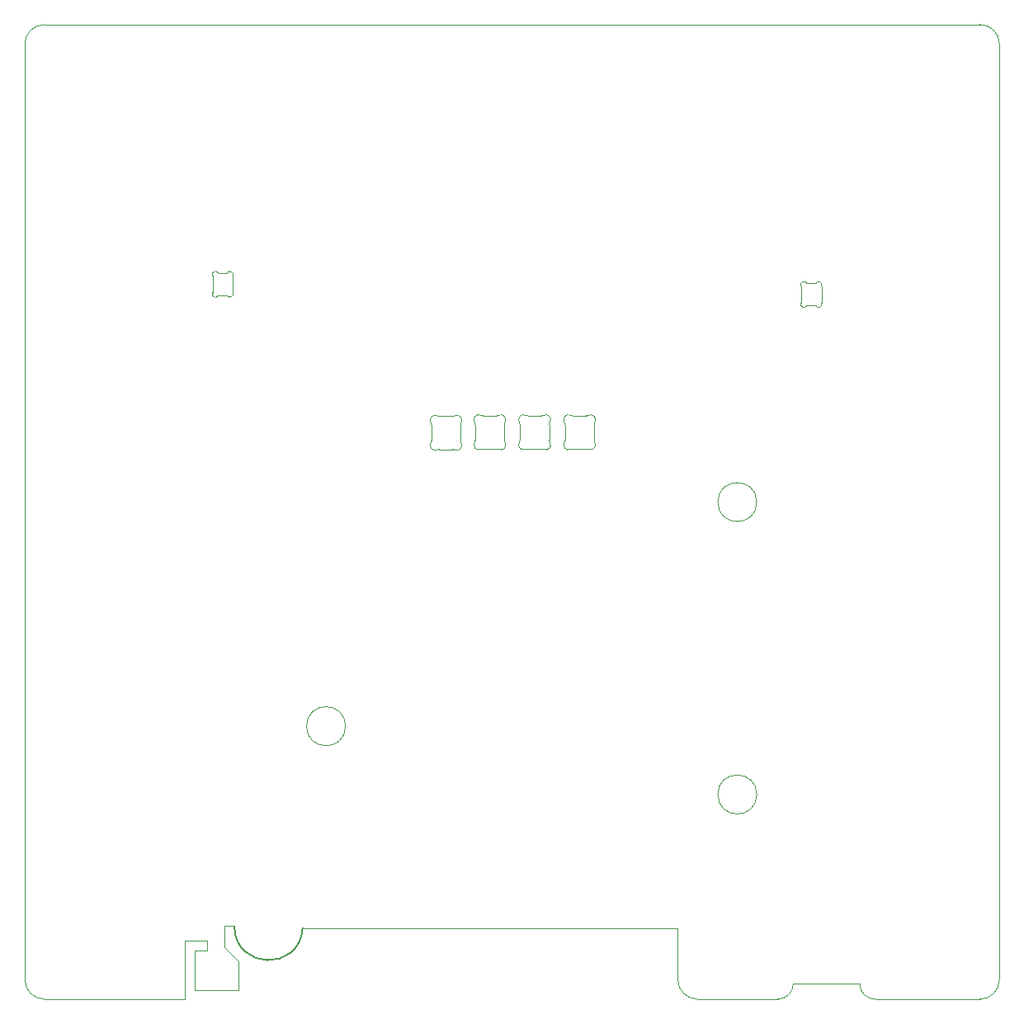
<source format=gbr>
%TF.GenerationSoftware,KiCad,Pcbnew,9.0.3*%
%TF.CreationDate,2025-08-15T14:55:14+02:00*%
%TF.ProjectId,labathome_pcb,6c616261-7468-46f6-9d65-5f7063622e6b,rev?*%
%TF.SameCoordinates,Original*%
%TF.FileFunction,Profile,NP*%
%FSLAX46Y46*%
G04 Gerber Fmt 4.6, Leading zero omitted, Abs format (unit mm)*
G04 Created by KiCad (PCBNEW 9.0.3) date 2025-08-15 14:55:14*
%MOMM*%
%LPD*%
G01*
G04 APERTURE LIST*
%TA.AperFunction,Profile*%
%ADD10C,0.100000*%
%TD*%
%TA.AperFunction,Profile*%
%ADD11C,0.150000*%
%TD*%
%TA.AperFunction,Profile*%
%ADD12C,0.050000*%
%TD*%
G04 APERTURE END LIST*
D10*
X118700000Y-145000000D02*
X118700000Y-144000000D01*
X169000000Y-150000000D02*
G75*
G02*
X167000000Y-148000000I0J2000000D01*
G01*
D11*
X128500000Y-142700000D02*
G75*
G02*
X121494290Y-142500000I-3500000J200000D01*
G01*
D10*
X100000000Y-52000000D02*
G75*
G02*
X102000000Y-50000000I2000000J0D01*
G01*
X100000000Y-52000000D02*
X100000000Y-148000000D01*
X200000000Y-148000000D02*
G75*
G02*
X198000000Y-150000000I-2000000J0D01*
G01*
X198000000Y-50000000D02*
G75*
G02*
X200000000Y-52000000I0J-2000000D01*
G01*
X116400000Y-150000000D02*
X116400000Y-144000000D01*
X121900000Y-149100000D02*
X121900000Y-146100000D01*
X187250000Y-150000000D02*
G75*
G02*
X185650000Y-148400000I0J1600000D01*
G01*
X128500000Y-142700000D02*
X167000000Y-142700000D01*
X118700000Y-144000000D02*
X116400000Y-144000000D01*
X117400000Y-145000000D02*
X117400000Y-149100000D01*
X120500000Y-142500000D02*
X120500000Y-144700000D01*
X121500000Y-142500000D02*
X120500000Y-142500000D01*
X117400000Y-145000000D02*
X118700000Y-145000000D01*
X102000000Y-150000000D02*
X116400000Y-150000000D01*
X167000000Y-142700000D02*
X167000000Y-148000000D01*
X200000000Y-148000000D02*
X200000000Y-52000000D01*
X187250000Y-150000000D02*
X198000000Y-150000000D01*
X117400000Y-149100000D02*
X121900000Y-149100000D01*
X102000000Y-150000000D02*
G75*
G02*
X100000000Y-148000000I0J2000000D01*
G01*
X169000000Y-150000000D02*
X177250000Y-150000000D01*
X178850000Y-148400000D02*
G75*
G02*
X177250000Y-150000000I-1600000J0D01*
G01*
X120500000Y-144700000D02*
X121900000Y-146100000D01*
X178850000Y-148400000D02*
X185650000Y-148400000D01*
X198000000Y-50000000D02*
X102000000Y-50000000D01*
D12*
%TO.C,SW5*%
X132900000Y-122000000D02*
G75*
G02*
X128900000Y-122000000I-2000000J0D01*
G01*
X128900000Y-122000000D02*
G75*
G02*
X132900000Y-122000000I2000000J0D01*
G01*
D10*
%TO.C,D21*%
X155410001Y-92634453D02*
X155410001Y-91045549D01*
X156207159Y-90140002D02*
X157612843Y-90140002D01*
X157612843Y-93540000D02*
X156207159Y-93540000D01*
X158410000Y-91045548D02*
X158410000Y-92634453D01*
X155341702Y-90793290D02*
G75*
G02*
X155410000Y-91045549I-431712J-252260D01*
G01*
X155341702Y-90793290D02*
G75*
G02*
X155990281Y-90090518I431698J252260D01*
G01*
X155410001Y-92634453D02*
G75*
G02*
X155341702Y-92886711I-500009J3D01*
G01*
X155990281Y-93589485D02*
G75*
G02*
X155341704Y-92886712I-216877J450515D01*
G01*
X155990281Y-93589485D02*
G75*
G02*
X156207158Y-93540000I216876J-450505D01*
G01*
X156207159Y-90140002D02*
G75*
G02*
X155990281Y-90090517I81J500352D01*
G01*
X157612843Y-93540000D02*
G75*
G02*
X157829721Y-93589485I2J-499990D01*
G01*
X157829721Y-90090517D02*
G75*
G02*
X157612844Y-90140000I-216921J450717D01*
G01*
X157829721Y-90090517D02*
G75*
G02*
X158478298Y-90793290I216879J-450513D01*
G01*
X158410000Y-91045548D02*
G75*
G02*
X158478299Y-90793290I500010J-2D01*
G01*
X158478300Y-92886712D02*
G75*
G02*
X157829721Y-93589485I-431701J-252258D01*
G01*
X158478300Y-92886712D02*
G75*
G02*
X158410001Y-92634454I431710J252261D01*
G01*
D12*
%TO.C,D19*%
X119250000Y-75800000D02*
X119250000Y-77500000D01*
X119850000Y-77800000D02*
X120750000Y-77800000D01*
X120750000Y-75500000D02*
X119850000Y-75500000D01*
X121350000Y-77500000D02*
X121350000Y-75800000D01*
X119250000Y-75800000D02*
G75*
G02*
X119850000Y-75500000I300000J150000D01*
G01*
X119850000Y-77800000D02*
G75*
G02*
X119250000Y-77500000I-300000J150000D01*
G01*
X120750000Y-75500000D02*
G75*
G02*
X121350000Y-75800000I300000J-150000D01*
G01*
X121350000Y-77500000D02*
G75*
G02*
X120750000Y-77800000I-300000J-150000D01*
G01*
%TO.C,SW7*%
X175100000Y-99000000D02*
G75*
G02*
X171100000Y-99000000I-2000000J0D01*
G01*
X171100000Y-99000000D02*
G75*
G02*
X175100000Y-99000000I2000000J0D01*
G01*
D10*
%TO.C,D15*%
X150804202Y-92634453D02*
X150804202Y-91045549D01*
X151601360Y-90140002D02*
X153007044Y-90140002D01*
X153007044Y-93540000D02*
X151601360Y-93540000D01*
X153804201Y-91045548D02*
X153804201Y-92634453D01*
X150735903Y-90793290D02*
G75*
G02*
X150804201Y-91045549I-431712J-252260D01*
G01*
X150735903Y-90793290D02*
G75*
G02*
X151384482Y-90090518I431698J252260D01*
G01*
X150804202Y-92634453D02*
G75*
G02*
X150735903Y-92886711I-500009J3D01*
G01*
X151384482Y-93589485D02*
G75*
G02*
X150735905Y-92886712I-216877J450515D01*
G01*
X151384482Y-93589485D02*
G75*
G02*
X151601359Y-93540000I216876J-450505D01*
G01*
X151601360Y-90140002D02*
G75*
G02*
X151384482Y-90090517I81J500352D01*
G01*
X153007044Y-93540000D02*
G75*
G02*
X153223922Y-93589485I2J-499990D01*
G01*
X153223922Y-90090517D02*
G75*
G02*
X153007045Y-90140000I-216921J450717D01*
G01*
X153223922Y-90090517D02*
G75*
G02*
X153872499Y-90793290I216879J-450513D01*
G01*
X153804201Y-91045548D02*
G75*
G02*
X153872500Y-90793290I500010J-2D01*
G01*
X153872501Y-92886712D02*
G75*
G02*
X153223922Y-93589485I-431701J-252258D01*
G01*
X153872501Y-92886712D02*
G75*
G02*
X153804202Y-92634454I431710J252261D01*
G01*
D12*
%TO.C,SW8*%
X175100000Y-129000000D02*
G75*
G02*
X171100000Y-129000000I-2000000J0D01*
G01*
X171100000Y-129000000D02*
G75*
G02*
X175100000Y-129000000I2000000J0D01*
G01*
D10*
%TO.C,D17*%
X141710001Y-92684453D02*
X141710001Y-91095549D01*
X142507159Y-90190002D02*
X143912843Y-90190002D01*
X143912843Y-93590000D02*
X142507159Y-93590000D01*
X144710000Y-91095548D02*
X144710000Y-92684453D01*
X141641702Y-90843290D02*
G75*
G02*
X141710000Y-91095549I-431712J-252260D01*
G01*
X141641702Y-90843290D02*
G75*
G02*
X142290281Y-90140518I431698J252260D01*
G01*
X141710001Y-92684453D02*
G75*
G02*
X141641702Y-92936711I-500009J3D01*
G01*
X142290281Y-93639485D02*
G75*
G02*
X141641704Y-92936712I-216877J450515D01*
G01*
X142290281Y-93639485D02*
G75*
G02*
X142507158Y-93590000I216876J-450505D01*
G01*
X142507159Y-90190002D02*
G75*
G02*
X142290281Y-90140517I81J500352D01*
G01*
X143912843Y-93590000D02*
G75*
G02*
X144129721Y-93639485I2J-499990D01*
G01*
X144129721Y-90140517D02*
G75*
G02*
X143912844Y-90190000I-216921J450717D01*
G01*
X144129721Y-90140517D02*
G75*
G02*
X144778298Y-90843290I216879J-450513D01*
G01*
X144710000Y-91095548D02*
G75*
G02*
X144778299Y-90843290I500010J-2D01*
G01*
X144778300Y-92936712D02*
G75*
G02*
X144129721Y-93639485I-431701J-252258D01*
G01*
X144778300Y-92936712D02*
G75*
G02*
X144710001Y-92684454I431710J252261D01*
G01*
%TO.C,D16*%
X146210001Y-92634453D02*
X146210001Y-91045549D01*
X147007159Y-90140002D02*
X148412843Y-90140002D01*
X148412843Y-93540000D02*
X147007159Y-93540000D01*
X149210000Y-91045548D02*
X149210000Y-92634453D01*
X146141702Y-90793290D02*
G75*
G02*
X146210000Y-91045549I-431712J-252260D01*
G01*
X146141702Y-90793290D02*
G75*
G02*
X146790281Y-90090518I431698J252260D01*
G01*
X146210001Y-92634453D02*
G75*
G02*
X146141702Y-92886711I-500009J3D01*
G01*
X146790281Y-93589485D02*
G75*
G02*
X146141704Y-92886712I-216877J450515D01*
G01*
X146790281Y-93589485D02*
G75*
G02*
X147007158Y-93540000I216876J-450505D01*
G01*
X147007159Y-90140002D02*
G75*
G02*
X146790281Y-90090517I81J500352D01*
G01*
X148412843Y-93540000D02*
G75*
G02*
X148629721Y-93589485I2J-499990D01*
G01*
X148629721Y-90090517D02*
G75*
G02*
X148412844Y-90140000I-216921J450717D01*
G01*
X148629721Y-90090517D02*
G75*
G02*
X149278298Y-90793290I216879J-450513D01*
G01*
X149210000Y-91045548D02*
G75*
G02*
X149278299Y-90793290I500010J-2D01*
G01*
X149278300Y-92886712D02*
G75*
G02*
X148629721Y-93589485I-431701J-252258D01*
G01*
X149278300Y-92886712D02*
G75*
G02*
X149210001Y-92634454I431710J252261D01*
G01*
D12*
%TO.C,D14*%
X179650000Y-76850000D02*
X179650000Y-78550000D01*
X180250000Y-78850000D02*
X181150000Y-78850000D01*
X181150000Y-76550000D02*
X180250000Y-76550000D01*
X181750000Y-78550000D02*
X181750000Y-76850000D01*
X179650000Y-76850000D02*
G75*
G02*
X180250000Y-76550000I300000J150000D01*
G01*
X180250000Y-78850000D02*
G75*
G02*
X179650000Y-78550000I-300000J150000D01*
G01*
X181150000Y-76550000D02*
G75*
G02*
X181750000Y-76850000I300000J-150000D01*
G01*
X181750000Y-78550000D02*
G75*
G02*
X181150000Y-78850000I-300000J-150000D01*
G01*
%TD*%
M02*

</source>
